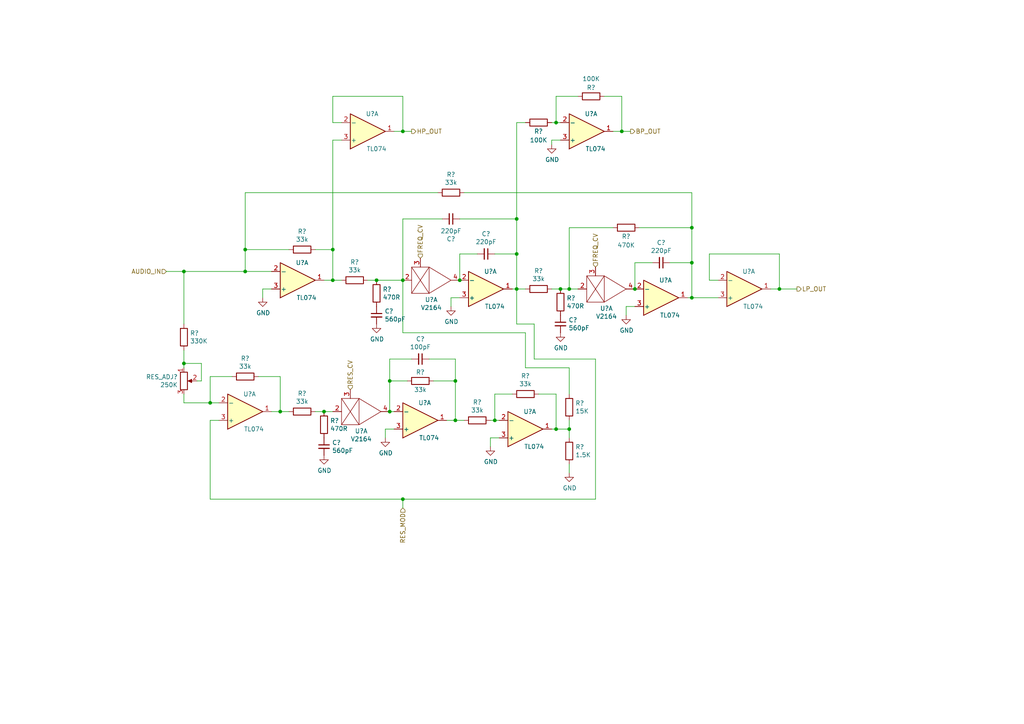
<source format=kicad_sch>
(kicad_sch (version 20230121) (generator eeschema)
  (paper "A4")
  (lib_symbols
    (symbol "Amplifier_Operational:TL074" (pin_names (offset 0.127))
      (property "Reference" "U" (at 0 5.08 0))
      (property "Value" "TL074" (at 0 -5.08 0))
      (symbol "TL074_1_1"
        (polyline (pts (xy -5.08 5.08) (xy 5.08 0) (xy -5.08 -5.08) (xy -5.08 5.08)) (stroke (width 0.254)) (fill (type background)))
        (pin output line (at 7.62 0 180) (length 2.54) (name "~") (number "1"))
        (pin input line (at -7.62 -2.54 0) (length 2.54) (name "-") (number "2"))
        (pin input line (at -7.62 2.54 0) (length 2.54) (name "+") (number "3"))
      )
      (symbol "TL074_2_1"
        (polyline (pts (xy -5.08 5.08) (xy 5.08 0) (xy -5.08 -5.08) (xy -5.08 5.08)) (stroke (width 0.254)) (fill (type background)))
        (pin input line (at -7.62 2.54 0) (length 2.54) (name "+") (number "5"))
        (pin input line (at -7.62 -2.54 0) (length 2.54) (name "-") (number "6"))
        (pin output line (at 7.62 0 180) (length 2.54) (name "~") (number "7"))
      )
      (symbol "TL074_3_1"
        (polyline (pts (xy -5.08 5.08) (xy 5.08 0) (xy -5.08 -5.08) (xy -5.08 5.08)) (stroke (width 0.254)) (fill (type background)))
        (pin input line (at -7.62 2.54 0) (length 2.54) (name "+") (number "10"))
        (pin output line (at 7.62 0 180) (length 2.54) (name "~") (number "8"))
        (pin input line (at -7.62 -2.54 0) (length 2.54) (name "-") (number "9"))
      )
      (symbol "TL074_4_1"
        (polyline (pts (xy -5.08 5.08) (xy 5.08 0) (xy -5.08 -5.08) (xy -5.08 5.08)) (stroke (width 0.254)) (fill (type background)))
        (pin input line (at -7.62 2.54 0) (length 2.54) (name "+") (number "12"))
        (pin input line (at -7.62 -2.54 0) (length 2.54) (name "-") (number "13"))
        (pin output line (at 7.62 0 180) (length 2.54) (name "~") (number "14"))
      )
      (symbol "TL074_5_1"
        (pin power_in line (at -2.54 -7.62 90) (length 3.81) (name "V-") (number "11"))
        (pin power_in line (at -2.54 7.62 270) (length 3.81) (name "V+") (number "4"))
      )
    )
    (symbol "Device:C_Small" (pin_numbers hide) (pin_names (offset 0.254) hide)
      (property "Reference" "C" (at 0.254 1.778 0))
      (property "Value" "C_Small" (at 0.254 -2.032 0))
      (symbol "C_Small_0_1"
        (polyline (pts (xy -1.524 -0.508) (xy 1.524 -0.508)) (stroke (width 0.3302)))
        (polyline (pts (xy -1.524 0.508) (xy 1.524 0.508)) (stroke (width 0.3048)))
      )
      (symbol "C_Small_1_1"
        (pin passive line (at 0 2.54 270) (length 2.032) (name "~") (number "1"))
        (pin passive line (at 0 -2.54 90) (length 2.032) (name "~") (number "2"))
      )
    )
    (symbol "Device:R" (pin_numbers hide) (pin_names (offset 0))
      (property "Reference" "R" (at 2.032 0 90))
      (property "Value" "R" (at 0 0 90))
      (symbol "R_0_1"
        (rectangle (start -1.016 -2.54) (end 1.016 2.54) (stroke (width 0.254)))
      )
      (symbol "R_1_1"
        (pin passive line (at 0 3.81 270) (length 1.27) (name "~") (number "1"))
        (pin passive line (at 0 -3.81 90) (length 1.27) (name "~") (number "2"))
      )
    )
    (symbol "Schraeg-rescue:R_POT-Device" (pin_names (offset 1.016) hide)
      (property "Reference" "RV" (at -4.445 0 90))
      (property "Value" "Device_R_POT" (at -2.54 0 90))
      (symbol "R_POT-Device_0_1"
        (polyline (pts (xy 2.54 0) (xy 1.524 0)))
        (polyline (pts (xy 1.143 0) (xy 2.286 0.508) (xy 2.286 -0.508) (xy 1.143 0)) (fill (type outline)))
        (rectangle (start 1.016 2.54) (end -1.016 -2.54) (stroke (width 0.254)))
      )
      (symbol "R_POT-Device_1_1"
        (pin passive line (at 0 3.81 270) (length 1.27) (name "1") (number "1"))
        (pin passive line (at 3.81 0 180) (length 1.27) (name "2") (number "2"))
        (pin passive line (at 0 -3.81 90) (length 1.27) (name "3") (number "3"))
      )
    )
    (symbol "Schraeg-rescue:V2164-v2164" (pin_names (offset 1.016))
      (property "Reference" "U" (at 2.54 8.89 0))
      (property "Value" "v2164_V2164" (at 2.54 6.35 0))
      (symbol "V2164-v2164_1_1"
        (rectangle (start -5.08 3.81) (end 0 -3.81))
        (polyline (pts (xy -5.08 -3.81) (xy 0 3.81)))
        (polyline (pts (xy -5.08 3.81) (xy 0 -3.81)))
        (polyline (pts (xy 0 -3.81) (xy 6.35 0) (xy 0 3.81)))
        (pin input line (at -7.62 0 0) (length 2.54) (name "~") (number "2"))
        (pin input line (at -2.54 6.35 270) (length 2.54) (name "~") (number "3"))
        (pin output line (at 8.89 0 180) (length 2.54) (name "~") (number "4"))
      )
      (symbol "V2164-v2164_2_1"
        (rectangle (start -5.08 3.81) (end 0 -3.81))
        (polyline (pts (xy -5.08 -3.81) (xy 0 3.81)))
        (polyline (pts (xy -5.08 3.81) (xy 0 -3.81)))
        (polyline (pts (xy 0 -3.81) (xy 6.35 0) (xy 0 3.81)))
        (pin output line (at 8.89 0 180) (length 2.54) (name "~") (number "5"))
        (pin input line (at -2.54 6.35 270) (length 2.54) (name "~") (number "6"))
        (pin input line (at -7.62 0 0) (length 2.54) (name "~") (number "7"))
      )
      (symbol "V2164-v2164_3_1"
        (rectangle (start -5.08 3.81) (end 0 -3.81))
        (polyline (pts (xy -5.08 -3.81) (xy 0 3.81)))
        (polyline (pts (xy -5.08 3.81) (xy 0 -3.81)))
        (polyline (pts (xy 0 -3.81) (xy 6.35 0) (xy 0 3.81)))
        (pin input line (at -7.62 0 0) (length 2.54) (name "~") (number "10"))
        (pin input line (at -2.54 6.35 270) (length 2.54) (name "~") (number "11"))
        (pin output line (at 8.89 0 180) (length 2.54) (name "~") (number "12"))
      )
      (symbol "V2164-v2164_4_1"
        (rectangle (start -5.08 3.81) (end 0 -3.81))
        (polyline (pts (xy -5.08 -3.81) (xy 0 3.81)))
        (polyline (pts (xy -5.08 3.81) (xy 0 -3.81)))
        (polyline (pts (xy 0 -3.81) (xy 6.35 0) (xy 0 3.81)))
        (pin output line (at 8.89 0 180) (length 2.54) (name "~") (number "13"))
        (pin input line (at -2.54 6.35 270) (length 2.54) (name "~") (number "14"))
        (pin input line (at -7.62 0 0) (length 2.54) (name "~") (number "15"))
      )
      (symbol "V2164-v2164_5_1"
        (rectangle (start 5.08 5.08) (end -2.54 -5.08))
        (pin input line (at 7.62 3.81 180) (length 2.54) (name "MODE") (number "1"))
        (pin power_in line (at 7.62 1.27 180) (length 2.54) (name "V+") (number "16"))
        (pin power_in line (at 7.62 -1.27 180) (length 2.54) (name "GND") (number "8"))
        (pin power_in line (at 7.62 -3.81 180) (length 2.54) (name "-V") (number "9"))
      )
    )
    (symbol "power:GND" (power) (pin_names (offset 0))
      (property "Value" "GND" (at 0 -3.81 0))
      (symbol "GND_0_1"
        (polyline (pts (xy 0 0) (xy 0 -1.27) (xy 1.27 -1.27) (xy 0 -2.54) (xy -1.27 -1.27) (xy 0 -1.27)))
      )
      (symbol "GND_1_1"
        (pin power_in line (at 0 0 270) (length 0) hide (name "GND") (number "1"))
      )
    )
  )
  (junction (at 162.56 83.82))
  (junction (at 81.28 119.38))
  (junction (at 149.86 83.82))
  (junction (at 184.15 83.82))
  (junction (at 116.84 38.1))
  (junction (at 200.66 66.04))
  (junction (at 60.96 116.84))
  (junction (at 71.12 72.39))
  (junction (at 113.03 110.49))
  (junction (at 161.29 124.46))
  (junction (at 149.86 63.5))
  (junction (at 96.52 72.39))
  (junction (at 132.08 110.49))
  (junction (at 93.98 119.38))
  (junction (at 116.84 81.28))
  (junction (at 133.35 81.28))
  (junction (at 226.06 83.82))
  (junction (at 200.66 86.36))
  (junction (at 165.1 83.82))
  (junction (at 96.52 81.28))
  (junction (at 161.29 35.56))
  (junction (at 200.66 76.2))
  (junction (at 53.34 78.74))
  (junction (at 109.22 81.28))
  (junction (at 165.1 124.46))
  (junction (at 113.03 119.38))
  (junction (at 116.84 144.78))
  (junction (at 132.08 121.92))
  (junction (at 143.51 121.92))
  (junction (at 53.34 105.41))
  (junction (at 180.34 38.1))
  (junction (at 71.12 78.74))
  (junction (at 149.86 73.66))
  (wire (pts (xy 172.72 104.14) (xy 154.94 104.14)))
  (wire (pts (xy 125.73 110.49) (xy 132.08 110.49)))
  (wire (pts (xy 165.1 83.82) (xy 167.64 83.82)))
  (wire (pts (xy 160.02 40.64) (xy 160.02 41.91)))
  (wire (pts (xy 134.62 55.88) (xy 200.66 55.88)))
  (wire (pts (xy 81.28 119.38) (xy 83.82 119.38)))
  (wire (pts (xy 109.22 81.28) (xy 116.84 81.28)))
  (wire (pts (xy 194.31 76.2) (xy 200.66 76.2)))
  (wire (pts (xy 76.2 83.82) (xy 76.2 86.36)))
  (wire (pts (xy 143.51 114.3) (xy 143.51 121.92)))
  (wire (pts (xy 161.29 35.56) (xy 162.56 35.56)))
  (wire (pts (xy 60.96 116.84) (xy 60.96 109.22)))
  (wire (pts (xy 160.02 35.56) (xy 161.29 35.56)))
  (wire (pts (xy 71.12 78.74) (xy 53.34 78.74)))
  (wire (pts (xy 154.94 104.14) (xy 154.94 93.98)))
  (wire (pts (xy 93.98 119.38) (xy 96.52 119.38)))
  (wire (pts (xy 161.29 124.46) (xy 165.1 124.46)))
  (wire (pts (xy 96.52 81.28) (xy 99.06 81.28)))
  (wire (pts (xy 53.34 101.6) (xy 53.34 105.41)))
  (wire (pts (xy 78.74 83.82) (xy 76.2 83.82)))
  (wire (pts (xy 96.52 72.39) (xy 96.52 81.28)))
  (wire (pts (xy 161.29 124.46) (xy 160.02 124.46)))
  (wire (pts (xy 142.24 127) (xy 142.24 129.54)))
  (wire (pts (xy 149.86 73.66) (xy 149.86 83.82)))
  (wire (pts (xy 184.15 76.2) (xy 189.23 76.2)))
  (wire (pts (xy 208.28 81.28) (xy 205.74 81.28)))
  (wire (pts (xy 116.84 144.78) (xy 172.72 144.78)))
  (wire (pts (xy 152.4 96.52) (xy 152.4 106.68)))
  (wire (pts (xy 175.26 27.94) (xy 180.34 27.94)))
  (wire (pts (xy 91.44 119.38) (xy 93.98 119.38)))
  (wire (pts (xy 165.1 106.68) (xy 165.1 114.3)))
  (wire (pts (xy 116.84 96.52) (xy 152.4 96.52)))
  (wire (pts (xy 165.1 83.82) (xy 165.1 66.04)))
  (wire (pts (xy 129.54 121.92) (xy 132.08 121.92)))
  (wire (pts (xy 113.03 110.49) (xy 113.03 104.14)))
  (wire (pts (xy 99.06 35.56) (xy 96.52 35.56)))
  (wire (pts (xy 226.06 73.66) (xy 226.06 83.82)))
  (wire (pts (xy 200.66 66.04) (xy 200.66 76.2)))
  (wire (pts (xy 149.86 35.56) (xy 149.86 63.5)))
  (wire (pts (xy 53.34 116.84) (xy 60.96 116.84)))
  (wire (pts (xy 162.56 40.64) (xy 160.02 40.64)))
  (wire (pts (xy 149.86 93.98) (xy 149.86 83.82)))
  (wire (pts (xy 96.52 40.64) (xy 96.52 72.39)))
  (wire (pts (xy 132.08 104.14) (xy 132.08 110.49)))
  (wire (pts (xy 53.34 105.41) (xy 53.34 106.68)))
  (wire (pts (xy 81.28 119.38) (xy 78.74 119.38)))
  (wire (pts (xy 74.93 109.22) (xy 81.28 109.22)))
  (wire (pts (xy 142.24 121.92) (xy 143.51 121.92)))
  (wire (pts (xy 148.59 114.3) (xy 143.51 114.3)))
  (wire (pts (xy 113.03 110.49) (xy 118.11 110.49)))
  (wire (pts (xy 156.21 114.3) (xy 161.29 114.3)))
  (wire (pts (xy 58.42 110.49) (xy 58.42 105.41)))
  (wire (pts (xy 143.51 73.66) (xy 149.86 73.66)))
  (wire (pts (xy 133.35 81.28) (xy 133.35 73.66)))
  (wire (pts (xy 91.44 72.39) (xy 96.52 72.39)))
  (wire (pts (xy 71.12 55.88) (xy 127 55.88)))
  (wire (pts (xy 60.96 109.22) (xy 67.31 109.22)))
  (wire (pts (xy 143.51 121.92) (xy 144.78 121.92)))
  (wire (pts (xy 180.34 27.94) (xy 180.34 38.1)))
  (wire (pts (xy 165.1 124.46) (xy 165.1 121.92)))
  (wire (pts (xy 133.35 86.36) (xy 130.81 86.36)))
  (wire (pts (xy 116.84 144.78) (xy 116.84 147.32)))
  (wire (pts (xy 128.27 63.5) (xy 116.84 63.5)))
  (wire (pts (xy 184.15 88.9) (xy 181.61 88.9)))
  (wire (pts (xy 71.12 72.39) (xy 71.12 55.88)))
  (wire (pts (xy 130.81 86.36) (xy 130.81 88.9)))
  (wire (pts (xy 144.78 127) (xy 142.24 127)))
  (wire (pts (xy 200.66 55.88) (xy 200.66 66.04)))
  (wire (pts (xy 172.72 144.78) (xy 172.72 104.14)))
  (wire (pts (xy 48.26 78.74) (xy 53.34 78.74)))
  (wire (pts (xy 116.84 38.1) (xy 119.38 38.1)))
  (wire (pts (xy 116.84 63.5) (xy 116.84 81.28)))
  (wire (pts (xy 152.4 106.68) (xy 165.1 106.68)))
  (wire (pts (xy 116.84 81.28) (xy 116.84 96.52)))
  (wire (pts (xy 57.15 110.49) (xy 58.42 110.49)))
  (wire (pts (xy 132.08 110.49) (xy 132.08 121.92)))
  (wire (pts (xy 200.66 86.36) (xy 200.66 76.2)))
  (wire (pts (xy 113.03 119.38) (xy 114.3 119.38)))
  (wire (pts (xy 113.03 104.14) (xy 119.38 104.14)))
  (wire (pts (xy 53.34 78.74) (xy 53.34 93.98)))
  (wire (pts (xy 181.61 88.9) (xy 181.61 91.44)))
  (wire (pts (xy 205.74 73.66) (xy 226.06 73.66)))
  (wire (pts (xy 200.66 86.36) (xy 208.28 86.36)))
  (wire (pts (xy 165.1 134.62) (xy 165.1 137.16)))
  (wire (pts (xy 184.15 83.82) (xy 184.15 76.2)))
  (wire (pts (xy 124.46 104.14) (xy 132.08 104.14)))
  (wire (pts (xy 83.82 72.39) (xy 71.12 72.39)))
  (wire (pts (xy 71.12 72.39) (xy 71.12 78.74)))
  (wire (pts (xy 160.02 83.82) (xy 162.56 83.82)))
  (wire (pts (xy 63.5 121.92) (xy 60.96 121.92)))
  (wire (pts (xy 165.1 66.04) (xy 177.8 66.04)))
  (wire (pts (xy 199.39 86.36) (xy 200.66 86.36)))
  (wire (pts (xy 96.52 40.64) (xy 99.06 40.64)))
  (wire (pts (xy 114.3 124.46) (xy 111.76 124.46)))
  (wire (pts (xy 165.1 127) (xy 165.1 124.46)))
  (wire (pts (xy 113.03 119.38) (xy 113.03 110.49)))
  (wire (pts (xy 133.35 73.66) (xy 138.43 73.66)))
  (wire (pts (xy 96.52 35.56) (xy 96.52 27.94)))
  (wire (pts (xy 96.52 27.94) (xy 116.84 27.94)))
  (wire (pts (xy 60.96 144.78) (xy 116.84 144.78)))
  (wire (pts (xy 149.86 63.5) (xy 133.35 63.5)))
  (wire (pts (xy 132.08 121.92) (xy 134.62 121.92)))
  (wire (pts (xy 161.29 35.56) (xy 161.29 27.94)))
  (wire (pts (xy 71.12 78.74) (xy 78.74 78.74)))
  (wire (pts (xy 149.86 73.66) (xy 149.86 63.5)))
  (wire (pts (xy 53.34 114.3) (xy 53.34 116.84)))
  (wire (pts (xy 60.96 121.92) (xy 60.96 144.78)))
  (wire (pts (xy 180.34 38.1) (xy 177.8 38.1)))
  (wire (pts (xy 162.56 83.82) (xy 165.1 83.82)))
  (wire (pts (xy 111.76 124.46) (xy 111.76 127)))
  (wire (pts (xy 116.84 27.94) (xy 116.84 38.1)))
  (wire (pts (xy 60.96 116.84) (xy 63.5 116.84)))
  (wire (pts (xy 106.68 81.28) (xy 109.22 81.28)))
  (wire (pts (xy 149.86 83.82) (xy 152.4 83.82)))
  (wire (pts (xy 226.06 83.82) (xy 223.52 83.82)))
  (wire (pts (xy 149.86 35.56) (xy 152.4 35.56)))
  (wire (pts (xy 96.52 81.28) (xy 93.98 81.28)))
  (wire (pts (xy 180.34 38.1) (xy 182.88 38.1)))
  (wire (pts (xy 161.29 27.94) (xy 167.64 27.94)))
  (wire (pts (xy 226.06 83.82) (xy 231.14 83.82)))
  (wire (pts (xy 161.29 114.3) (xy 161.29 124.46)))
  (wire (pts (xy 205.74 81.28) (xy 205.74 73.66)))
  (wire (pts (xy 116.84 38.1) (xy 114.3 38.1)))
  (wire (pts (xy 149.86 83.82) (xy 148.59 83.82)))
  (wire (pts (xy 81.28 109.22) (xy 81.28 119.38)))
  (wire (pts (xy 185.42 66.04) (xy 200.66 66.04)))
  (wire (pts (xy 154.94 93.98) (xy 149.86 93.98)))
  (wire (pts (xy 58.42 105.41) (xy 53.34 105.41)))
  (hierarchical_label "AUDIO_IN" (shape input) (at 48.26 78.74 180))
  (hierarchical_label "FREQ_CV" (shape input) (at 172.72 77.47 90))
  (hierarchical_label "HP_OUT" (shape output) (at 119.38 38.1 0))
  (hierarchical_label "BP_OUT" (shape output) (at 182.88 38.1 0))
  (hierarchical_label "LP_OUT" (shape output) (at 231.14 83.82 0))
  (hierarchical_label "FREQ_CV" (shape input) (at 121.92 74.93 90))
  (hierarchical_label "RES_CV" (shape input) (at 101.6 113.03 90))
  (hierarchical_label "RES_MOD" (shape input) (at 116.84 147.32 270))
  (symbol (lib_id "Amplifier_Operational:TL074") (at 86.36 81.28 0) (mirror x) (unit 2)
    (property "Reference" "U5" (at 87.63 76.2 0))
    (property "Value" "TL074" (at 88.9 86.36 0))
    (property "Footprint" "Package_SO:SOIC-14_3.9x8.7mm_P1.27mm" (effects hide))
    (property "Datasheet" "http://www.ti.com/lit/ds/symlink/tl071.pdf" (effects hide))
    (instances (project "Schraeg" (path "" (reference "U?") (unit 1)) (path "" (reference "U2") (unit 1)) (path "" (reference "U15") (unit 1))))
  )
  (symbol (lib_id "Amplifier_Operational:TL074") (at 71.12 119.38 0) (mirror x) (unit 4)
    (property "Reference" "U2" (at 72.39 114.3 0))
    (property "Value" "TL074" (at 73.66 124.46 0))
    (property "Footprint" "Package_SO:SOIC-14_3.9x8.7mm_P1.27mm" (effects hide))
    (property "Datasheet" "http://www.ti.com/lit/ds/symlink/tl071.pdf" (effects hide))
    (instances (project "Schraeg" (path "" (reference "U?") (unit 1)) (path "" (reference "U4") (unit 1)) (path "" (reference "U12") (unit 1))))
  )
  (symbol (lib_id "Amplifier_Operational:TL074") (at 106.68 38.1 0) (mirror x) (unit 1)
    (property "Reference" "U4" (at 107.95 33.02 0))
    (property "Value" "TL074" (at 109.22 43.18 0))
    (property "Footprint" "Package_SO:SOIC-14_3.9x8.7mm_P1.27mm" (effects hide))
    (property "Datasheet" "http://www.ti.com/lit/ds/symlink/tl071.pdf" (effects hide))
    (instances (project "Schraeg" (path "" (reference "U?") (unit 1)) (path "" (reference "U6") (unit 1)) (path "" (reference "U14") (unit 1))))
  )
  (symbol (lib_id "Amplifier_Operational:TL074") (at 140.97 83.82 0) (mirror x) (unit 1)
    (property "Reference" "U5" (at 142.24 78.74 0))
    (property "Value" "TL074" (at 143.51 88.9 0))
    (property "Footprint" "Package_SO:SOIC-14_3.9x8.7mm_P1.27mm" (effects hide))
    (property "Datasheet" "http://www.ti.com/lit/ds/symlink/tl071.pdf" (effects hide))
    (instances (project "Schraeg" (path "" (reference "U?") (unit 1)) (path "" (reference "U8") (unit 1)) (path "" (reference "U18") (unit 1))))
  )
  (symbol (lib_id "Amplifier_Operational:TL074") (at 170.18 38.1 0) (mirror x) (unit 2)
    (property "Reference" "U4" (at 171.45 33.02 0))
    (property "Value" "TL074" (at 172.72 43.18 0))
    (property "Footprint" "Package_SO:SOIC-14_3.9x8.7mm_P1.27mm" (effects hide))
    (property "Datasheet" "http://www.ti.com/lit/ds/symlink/tl071.pdf" (effects hide))
    (instances (project "Schraeg" (path "" (reference "U?") (unit 1)) (path "" (reference "U9") (unit 1)) (path "" (reference "U19") (unit 1))))
  )
  (symbol (lib_id "Amplifier_Operational:TL074") (at 215.9 83.82 0) (mirror x) (unit 3)
    (property "Reference" "U5" (at 217.17 78.74 0))
    (property "Value" "TL074" (at 218.44 88.9 0))
    (property "Footprint" "Package_SO:SOIC-14_3.9x8.7mm_P1.27mm" (effects hide))
    (property "Datasheet" "http://www.ti.com/lit/ds/symlink/tl071.pdf" (effects hide))
    (instances (project "Schraeg" (path "" (reference "U?") (unit 1)) (path "" (reference "U11") (unit 1)) (path "" (reference "U21") (unit 1))))
  )
  (symbol (lib_id "Amplifier_Operational:TL074") (at 191.77 86.36 0) (mirror x) (unit 4)
    (property "Reference" "U5" (at 193.04 81.28 0))
    (property "Value" "TL074" (at 194.31 91.44 0))
    (property "Footprint" "Package_SO:SOIC-14_3.9x8.7mm_P1.27mm" (effects hide))
    (property "Datasheet" "http://www.ti.com/lit/ds/symlink/tl071.pdf" (effects hide))
    (instances (project "Schraeg" (path "" (reference "U?") (unit 1)) (path "" (reference "U11") (unit 1)) (path "" (reference "U21") (unit 1))))
  )
  (symbol (lib_id "Amplifier_Operational:TL074") (at 121.92 121.92 0) (mirror x) (unit 3)
    (property "Reference" "U4" (at 123.19 116.84 0))
    (property "Value" "TL074" (at 124.46 127 0))
    (property "Footprint" "Package_SO:SOIC-14_3.9x8.7mm_P1.27mm" (effects hide))
    (property "Datasheet" "http://www.ti.com/lit/ds/symlink/tl071.pdf" (effects hide))
    (instances (project "Schraeg" (path "" (reference "U?") (unit 1)) (path "" (reference "U7") (unit 1)) (path "" (reference "U17") (unit 1))))
  )
  (symbol (lib_id "Amplifier_Operational:TL074") (at 152.4 124.46 0) (mirror x) (unit 4)
    (property "Reference" "U4" (at 153.67 119.38 0))
    (property "Value" "TL074" (at 154.94 129.54 0))
    (property "Footprint" "Package_SO:SOIC-14_3.9x8.7mm_P1.27mm" (effects hide))
    (property "Datasheet" "http://www.ti.com/lit/ds/symlink/tl071.pdf" (effects hide))
    (instances (project "Schraeg" (path "" (reference "U?") (unit 1)) (path "" (reference "U9") (unit 1)) (path "" (reference "U19") (unit 1))))
  )
  (symbol (lib_id "Schraeg-rescue:V2164-v2164") (at 124.46 81.28 0) (unit 3)
    (property "Reference" "U3" (at 125.095 86.9188 0))
    (property "Value" "V2164" (at 125.095 89.2302 0))
    (property "Footprint" "Package_SO:SOIC-16_3.9x9.9mm_P1.27mm" (effects hide))
    (instances (project "Schraeg" (path "" (reference "U?") (unit 1)) (path "" (reference "U5") (unit 1)) (path "" (reference "U16") (unit 1))))
  )
  (symbol (lib_id "Schraeg-rescue:V2164-v2164") (at 175.26 83.82 0) (unit 4)
    (property "Reference" "U3" (at 175.895 89.4588 0))
    (property "Value" "V2164" (at 175.895 91.7702 0))
    (property "Footprint" "Package_SO:SOIC-16_3.9x9.9mm_P1.27mm" (effects hide))
    (instances (project "Schraeg" (path "" (reference "U?") (unit 1)) (path "" (reference "U10") (unit 1)) (path "" (reference "U20") (unit 1))))
  )
  (symbol (lib_id "Schraeg-rescue:V2164-v2164") (at 104.14 119.38 0) (unit 2)
    (property "Reference" "U3" (at 104.775 125.0188 0))
    (property "Value" "V2164" (at 104.775 127.3302 0))
    (property "Footprint" "Package_SO:SOIC-16_3.9x9.9mm_P1.27mm" (effects hide))
    (instances (project "Schraeg" (path "" (reference "U?") (unit 1)) (path "" (reference "U5") (unit 1)) (path "" (reference "U16") (unit 1))))
  )
  (symbol (lib_id "power:GND") (at 76.2 86.36 0) (unit 1)
    (property "Reference" "#PWR020" (effects hide))
    (property "Value" "GND" (at 76.327 90.7542 0))
    (instances (project "Schraeg" (path "" (reference "#PWR?") (unit 1)) (path "" (reference "#PWR020") (unit 1)) (path "" (reference "#PWR060") (unit 1))))
  )
  (symbol (lib_id "Device:R") (at 87.63 72.39 270) (unit 1)
    (property "Reference" "R28" (at 87.63 67.1322 90))
    (property "Value" "33k" (at 87.63 69.4436 90))
    (property "Footprint" "Resistor_SMD:R_0603_1608Metric_Pad1.05x0.95mm_HandSolder" (effects hide))
    (instances (project "Schraeg" (path "" (reference "R?") (unit 1)) (path "" (reference "R30") (unit 1)) (path "" (reference "R69") (unit 1))))
  )
  (symbol (lib_id "Device:R") (at 102.87 81.28 270) (unit 1)
    (property "Reference" "R31" (at 102.87 76.0222 90))
    (property "Value" "33k" (at 102.87 78.3336 90))
    (property "Footprint" "Resistor_SMD:R_0603_1608Metric_Pad1.05x0.95mm_HandSolder" (effects hide))
    (instances (project "Schraeg" (path "" (reference "R?") (unit 1)) (path "" (reference "R33") (unit 1)) (path "" (reference "R72") (unit 1))))
  )
  (symbol (lib_id "Device:R") (at 109.22 85.09 180) (unit 1)
    (property "Reference" "R32" (at 110.998 83.9216 0) (effects (justify right)))
    (property "Value" "470R" (at 110.998 86.233 0) (effects (justify right)))
    (property "Footprint" "Resistor_SMD:R_0603_1608Metric_Pad1.05x0.95mm_HandSolder" (effects hide))
    (instances (project "Schraeg" (path "" (reference "R?") (unit 1)) (path "" (reference "R34") (unit 1)) (path "" (reference "R73") (unit 1))))
  )
  (symbol (lib_id "Device:C_Small") (at 109.22 91.44 0) (unit 1)
    (property "Reference" "C8" (at 111.5568 90.2716 0) (effects (justify left)))
    (property "Value" "560pF" (at 111.5568 92.583 0) (effects (justify left)))
    (property "Footprint" "Capacitor_SMD:C_0603_1608Metric_Pad1.05x0.95mm_HandSolder" (effects hide))
    (instances (project "Schraeg" (path "" (reference "C?") (unit 1)) (path "" (reference "C8") (unit 1)) (path "" (reference "C46") (unit 1))))
  )
  (symbol (lib_id "power:GND") (at 109.22 93.98 0) (unit 1)
    (property "Reference" "#PWR022" (effects hide))
    (property "Value" "GND" (at 109.347 98.3742 0))
    (instances (project "Schraeg" (path "" (reference "#PWR?") (unit 1)) (path "" (reference "#PWR022") (unit 1)) (path "" (reference "#PWR062") (unit 1))))
  )
  (symbol (lib_id "power:GND") (at 130.81 88.9 0) (unit 1)
    (property "Reference" "#PWR024" (effects hide))
    (property "Value" "GND" (at 130.937 93.2942 0))
    (instances (project "Schraeg" (path "" (reference "#PWR?") (unit 1)) (path "" (reference "#PWR024") (unit 1)) (path "" (reference "#PWR064") (unit 1))))
  )
  (symbol (lib_id "Device:C_Small") (at 140.97 73.66 270) (unit 1)
    (property "Reference" "C11" (at 140.97 67.8434 90))
    (property "Value" "220pF" (at 140.97 70.1548 90))
    (property "Footprint" "Capacitor_SMD:C_0603_1608Metric_Pad1.05x0.95mm_HandSolder" (effects hide))
    (instances (project "Schraeg" (path "" (reference "C?") (unit 1)) (path "" (reference "C11") (unit 1)) (path "" (reference "C49") (unit 1))))
  )
  (symbol (lib_id "Device:C_Small") (at 130.81 63.5 270) (mirror x) (unit 1)
    (property "Reference" "C10" (at 130.81 69.3166 90))
    (property "Value" "220pF" (at 130.81 67.0052 90))
    (property "Footprint" "Capacitor_SMD:C_0603_1608Metric_Pad1.05x0.95mm_HandSolder" (effects hide))
    (instances (project "Schraeg" (path "" (reference "C?") (unit 1)) (path "" (reference "C10") (unit 1)) (path "" (reference "C48") (unit 1))))
  )
  (symbol (lib_id "Device:R") (at 156.21 83.82 270) (unit 1)
    (property "Reference" "R38" (at 156.21 78.5622 90))
    (property "Value" "33k" (at 156.21 80.8736 90))
    (property "Footprint" "Resistor_SMD:R_0603_1608Metric_Pad1.05x0.95mm_HandSolder" (effects hide))
    (instances (project "Schraeg" (path "" (reference "R?") (unit 1)) (path "" (reference "R40") (unit 1)) (path "" (reference "R79") (unit 1))))
  )
  (symbol (lib_id "Device:R") (at 162.56 87.63 180) (unit 1)
    (property "Reference" "R39" (at 164.338 86.4616 0) (effects (justify right)))
    (property "Value" "470R" (at 164.338 88.773 0) (effects (justify right)))
    (property "Footprint" "Resistor_SMD:R_0603_1608Metric_Pad1.05x0.95mm_HandSolder" (effects hide))
    (instances (project "Schraeg" (path "" (reference "R?") (unit 1)) (path "" (reference "R41") (unit 1)) (path "" (reference "R80") (unit 1))))
  )
  (symbol (lib_id "Device:C_Small") (at 162.56 93.98 0) (unit 1)
    (property "Reference" "C12" (at 164.8968 92.8116 0) (effects (justify left)))
    (property "Value" "560pF" (at 164.8968 95.123 0) (effects (justify left)))
    (property "Footprint" "Capacitor_SMD:C_0603_1608Metric_Pad1.05x0.95mm_HandSolder" (effects hide))
    (instances (project "Schraeg" (path "" (reference "C?") (unit 1)) (path "" (reference "C12") (unit 1)) (path "" (reference "C50") (unit 1))))
  )
  (symbol (lib_id "power:GND") (at 162.56 96.52 0) (unit 1)
    (property "Reference" "#PWR027" (effects hide))
    (property "Value" "GND" (at 162.687 100.9142 0))
    (instances (project "Schraeg" (path "" (reference "#PWR?") (unit 1)) (path "" (reference "#PWR027") (unit 1)) (path "" (reference "#PWR067") (unit 1))))
  )
  (symbol (lib_id "power:GND") (at 181.61 91.44 0) (unit 1)
    (property "Reference" "#PWR029" (effects hide))
    (property "Value" "GND" (at 181.737 95.8342 0))
    (instances (project "Schraeg" (path "" (reference "#PWR?") (unit 1)) (path "" (reference "#PWR029") (unit 1)) (path "" (reference "#PWR069") (unit 1))))
  )
  (symbol (lib_id "Device:C_Small") (at 191.77 76.2 270) (unit 1)
    (property "Reference" "C13" (at 191.77 70.3834 90))
    (property "Value" "220pF" (at 191.77 72.6948 90))
    (property "Footprint" "Capacitor_SMD:C_0603_1608Metric_Pad1.05x0.95mm_HandSolder" (effects hide))
    (instances (project "Schraeg" (path "" (reference "C?") (unit 1)) (path "" (reference "C13") (unit 1)) (path "" (reference "C51") (unit 1))))
  )
  (symbol (lib_id "Device:R") (at 181.61 66.04 270) (unit 1)
    (property "Reference" "R43" (at 181.61 68.58 90))
    (property "Value" "470K" (at 181.61 71.12 90))
    (property "Footprint" "Resistor_SMD:R_0603_1608Metric_Pad1.05x0.95mm_HandSolder" (effects hide))
    (instances (project "Schraeg" (path "" (reference "R?") (unit 1)) (path "" (reference "R45") (unit 1)) (path "" (reference "R84") (unit 1))))
  )
  (symbol (lib_id "Device:R") (at 156.21 35.56 270) (unit 1)
    (property "Reference" "R37" (at 156.21 38.1 90))
    (property "Value" "100K" (at 156.21 40.64 90))
    (property "Footprint" "Resistor_SMD:R_0603_1608Metric_Pad1.05x0.95mm_HandSolder" (effects hide))
    (instances (project "Schraeg" (path "" (reference "R?") (unit 1)) (path "" (reference "R39") (unit 1)) (path "" (reference "R78") (unit 1))))
  )
  (symbol (lib_id "power:GND") (at 160.02 41.91 0) (unit 1)
    (property "Reference" "#PWR026" (effects hide))
    (property "Value" "GND" (at 160.147 46.3042 0))
    (instances (project "Schraeg" (path "" (reference "#PWR?") (unit 1)) (path "" (reference "#PWR026") (unit 1)) (path "" (reference "#PWR066") (unit 1))))
  )
  (symbol (lib_id "Device:R") (at 171.45 27.94 270) (mirror x) (unit 1)
    (property "Reference" "R42" (at 171.45 25.4 90))
    (property "Value" "100K" (at 171.45 22.86 90))
    (property "Footprint" "Resistor_SMD:R_0603_1608Metric_Pad1.05x0.95mm_HandSolder" (effects hide))
    (instances (project "Schraeg" (path "" (reference "R?") (unit 1)) (path "" (reference "R44") (unit 1)) (path "" (reference "R83") (unit 1))))
  )
  (symbol (lib_id "Device:R") (at 53.34 97.79 180) (unit 1)
    (property "Reference" "R26" (at 55.118 96.6216 0) (effects (justify right)))
    (property "Value" "330K" (at 55.118 98.933 0) (effects (justify right)))
    (property "Footprint" "Resistor_SMD:R_0603_1608Metric_Pad1.05x0.95mm_HandSolder" (effects hide))
    (instances (project "Schraeg" (path "" (reference "R?") (unit 1)) (path "" (reference "R28") (unit 1)) (path "" (reference "R67") (unit 1))))
  )
  (symbol (lib_id "Schraeg-rescue:R_POT-Device") (at 53.34 110.49 0) (unit 1)
    (property "Reference" "RES_ADJ1" (at 51.562 109.3216 0) (effects (justify right)))
    (property "Value" "250K" (at 51.562 111.633 0) (effects (justify right)))
    (property "Footprint" "Potentiometer_THT:Potentiometer_Bourns_3296W_Vertical" (effects hide))
    (instances (project "Schraeg" (path "" (reference "RES_ADJ?") (unit 1)) (path "" (reference "RES_ADJ1") (unit 1)) (path "" (reference "RES_ADJ2") (unit 1))))
  )
  (symbol (lib_id "Device:R") (at 130.81 55.88 270) (unit 1)
    (property "Reference" "R34" (at 130.81 50.6222 90))
    (property "Value" "33k" (at 130.81 52.9336 90))
    (property "Footprint" "Resistor_SMD:R_0603_1608Metric_Pad1.05x0.95mm_HandSolder" (effects hide))
    (instances (project "Schraeg" (path "" (reference "R?") (unit 1)) (path "" (reference "R36") (unit 1)) (path "" (reference "R75") (unit 1))))
  )
  (symbol (lib_id "Device:R") (at 71.12 109.22 270) (unit 1)
    (property "Reference" "R27" (at 71.12 103.9622 90))
    (property "Value" "33k" (at 71.12 106.2736 90))
    (property "Footprint" "Resistor_SMD:R_0603_1608Metric_Pad1.05x0.95mm_HandSolder" (effects hide))
    (instances (project "Schraeg" (path "" (reference "R?") (unit 1)) (path "" (reference "R29") (unit 1)) (path "" (reference "R68") (unit 1))))
  )
  (symbol (lib_id "Device:R") (at 87.63 119.38 270) (unit 1)
    (property "Reference" "R29" (at 87.63 114.1222 90))
    (property "Value" "33k" (at 87.63 116.4336 90))
    (property "Footprint" "Resistor_SMD:R_0603_1608Metric_Pad1.05x0.95mm_HandSolder" (effects hide))
    (instances (project "Schraeg" (path "" (reference "R?") (unit 1)) (path "" (reference "R31") (unit 1)) (path "" (reference "R70") (unit 1))))
  )
  (symbol (lib_id "Device:R") (at 93.98 123.19 180) (unit 1)
    (property "Reference" "R30" (at 95.758 122.0216 0) (effects (justify right)))
    (property "Value" "470R" (at 95.758 124.333 0) (effects (justify right)))
    (property "Footprint" "Resistor_SMD:R_0603_1608Metric_Pad1.05x0.95mm_HandSolder" (effects hide))
    (instances (project "Schraeg" (path "" (reference "R?") (unit 1)) (path "" (reference "R32") (unit 1)) (path "" (reference "R71") (unit 1))))
  )
  (symbol (lib_id "Device:C_Small") (at 93.98 129.54 0) (unit 1)
    (property "Reference" "C7" (at 96.3168 128.3716 0) (effects (justify left)))
    (property "Value" "560pF" (at 96.3168 130.683 0) (effects (justify left)))
    (property "Footprint" "Capacitor_SMD:C_0603_1608Metric_Pad1.05x0.95mm_HandSolder" (effects hide))
    (instances (project "Schraeg" (path "" (reference "C?") (unit 1)) (path "" (reference "C7") (unit 1)) (path "" (reference "C45") (unit 1))))
  )
  (symbol (lib_id "power:GND") (at 93.98 132.08 0) (unit 1)
    (property "Reference" "#PWR021" (effects hide))
    (property "Value" "GND" (at 94.107 136.4742 0))
    (instances (project "Schraeg" (path "" (reference "#PWR?") (unit 1)) (path "" (reference "#PWR021") (unit 1)) (path "" (reference "#PWR061") (unit 1))))
  )
  (symbol (lib_id "power:GND") (at 111.76 127 0) (unit 1)
    (property "Reference" "#PWR023" (effects hide))
    (property "Value" "GND" (at 111.887 131.3942 0))
    (instances (project "Schraeg" (path "" (reference "#PWR?") (unit 1)) (path "" (reference "#PWR023") (unit 1)) (path "" (reference "#PWR063") (unit 1))))
  )
  (symbol (lib_id "Device:R") (at 121.92 110.49 270) (unit 1)
    (property "Reference" "R33" (at 121.92 107.95 90))
    (property "Value" "33k" (at 121.92 113.03 90))
    (property "Footprint" "Resistor_SMD:R_0603_1608Metric_Pad1.05x0.95mm_HandSolder" (effects hide))
    (instances (project "Schraeg" (path "" (reference "R?") (unit 1)) (path "" (reference "R35") (unit 1)) (path "" (reference "R74") (unit 1))))
  )
  (symbol (lib_id "Device:R") (at 138.43 121.92 270) (unit 1)
    (property "Reference" "R35" (at 138.43 116.6622 90))
    (property "Value" "33k" (at 138.43 118.9736 90))
    (property "Footprint" "Resistor_SMD:R_0603_1608Metric_Pad1.05x0.95mm_HandSolder" (effects hide))
    (instances (project "Schraeg" (path "" (reference "R?") (unit 1)) (path "" (reference "R37") (unit 1)) (path "" (reference "R76") (unit 1))))
  )
  (symbol (lib_id "Device:R") (at 152.4 114.3 270) (unit 1)
    (property "Reference" "R36" (at 152.4 109.0422 90))
    (property "Value" "33k" (at 152.4 111.3536 90))
    (property "Footprint" "Resistor_SMD:R_0603_1608Metric_Pad1.05x0.95mm_HandSolder" (effects hide))
    (instances (project "Schraeg" (path "" (reference "R?") (unit 1)) (path "" (reference "R38") (unit 1)) (path "" (reference "R77") (unit 1))))
  )
  (symbol (lib_id "Device:C_Small") (at 121.92 104.14 270) (unit 1)
    (property "Reference" "C9" (at 121.92 98.3234 90))
    (property "Value" "100pF" (at 121.92 100.6348 90))
    (property "Footprint" "Capacitor_SMD:C_0603_1608Metric_Pad1.05x0.95mm_HandSolder" (effects hide))
    (instances (project "Schraeg" (path "" (reference "C?") (unit 1)) (path "" (reference "C9") (unit 1)) (path "" (reference "C47") (unit 1))))
  )
  (symbol (lib_id "Device:R") (at 165.1 130.81 180) (unit 1)
    (property "Reference" "R41" (at 166.878 129.6416 0) (effects (justify right)))
    (property "Value" "1.5K" (at 166.878 131.953 0) (effects (justify right)))
    (property "Footprint" "Resistor_SMD:R_0603_1608Metric_Pad1.05x0.95mm_HandSolder" (effects hide))
    (instances (project "Schraeg" (path "" (reference "R?") (unit 1)) (path "" (reference "R43") (unit 1)) (path "" (reference "R82") (unit 1))))
  )
  (symbol (lib_id "Device:R") (at 165.1 118.11 180) (unit 1)
    (property "Reference" "R40" (at 166.878 116.9416 0) (effects (justify right)))
    (property "Value" "15K" (at 166.878 119.253 0) (effects (justify right)))
    (property "Footprint" "Resistor_SMD:R_0603_1608Metric_Pad1.05x0.95mm_HandSolder" (effects hide))
    (instances (project "Schraeg" (path "" (reference "R?") (unit 1)) (path "" (reference "R42") (unit 1)) (path "" (reference "R81") (unit 1))))
  )
  (symbol (lib_id "power:GND") (at 165.1 137.16 0) (unit 1)
    (property "Reference" "#PWR028" (effects hide))
    (property "Value" "GND" (at 165.227 141.5542 0))
    (instances (project "Schraeg" (path "" (reference "#PWR?") (unit 1)) (path "" (reference "#PWR028") (unit 1)) (path "" (reference "#PWR068") (unit 1))))
  )
  (symbol (lib_id "power:GND") (at 142.24 129.54 0) (unit 1)
    (property "Reference" "#PWR025" (effects hide))
    (property "Value" "GND" (at 142.367 133.9342 0))
    (instances (project "Schraeg" (path "" (reference "#PWR?") (unit 1)) (path "" (reference "#PWR025") (unit 1)) (path "" (reference "#PWR065") (unit 1))))
  )
)
</source>
